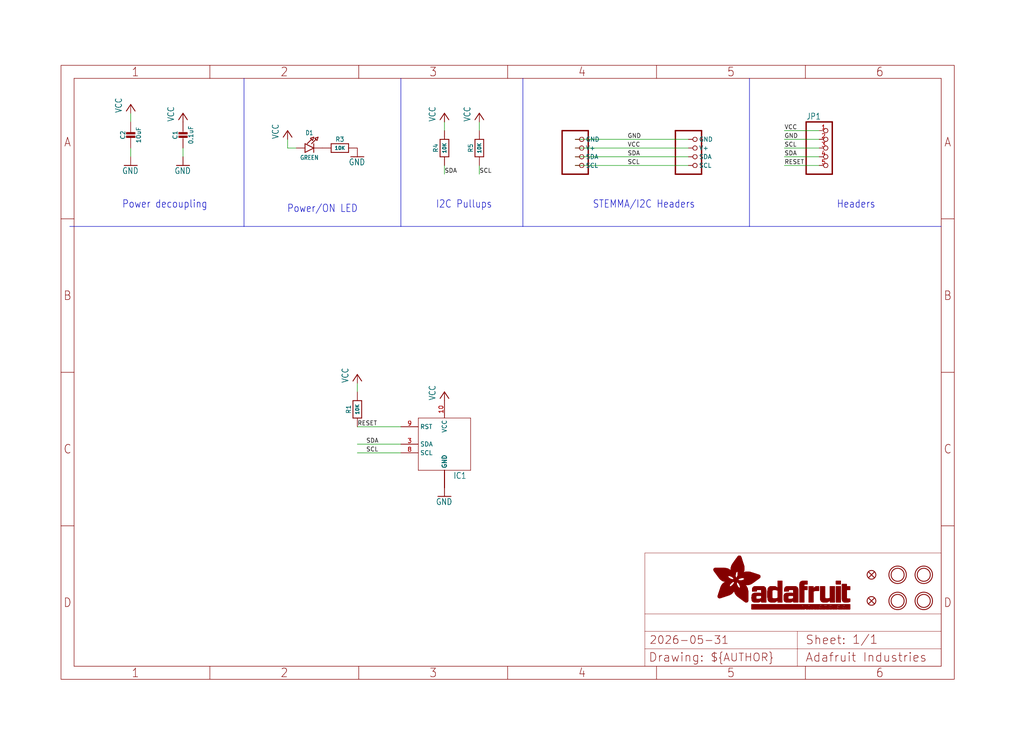
<source format=kicad_sch>
(kicad_sch (version 20230121) (generator eeschema)
  (paper "User" 298.45 217.322)
  (lib_symbols
    (symbol "working-eagle-import:CAP_CERAMIC0603_NO"
      (property "Reference" "C" (at -2.29 1.25 90))
      (symbol "CAP_CERAMIC0603_NO_1_0"
        (pin passive line (at 0 5.08 270) (length 2.54) (name "1") (number "1"))
        (pin passive line (at 0 -2.54 90) (length 2.54) (name "2") (number "2"))
      )
    )
    (symbol "working-eagle-import:CAP_CERAMIC0805-NOOUTLINE"
      (property "Reference" "C" (at -2.29 1.25 90))
      (symbol "CAP_CERAMIC0805-NOOUTLINE_1_0"
        (pin passive line (at 0 5.08 270) (length 2.54) (name "1") (number "1"))
        (pin passive line (at 0 -2.54 90) (length 2.54) (name "2") (number "2"))
      )
    )
    (symbol "working-eagle-import:FIDUCIAL_1MM")
    (symbol "working-eagle-import:FRAME_A4_ADAFRUIT"
      (symbol "FRAME_A4_ADAFRUIT_1_0"
        (text "${#}/${##}" (at 230.505 10.16 0) (effects (font (size 2.54 2.54)) (justify left bottom)))
        (text "${AUTHOR}" (at 189.23 5.08 0) (effects (font (size 2.286 2.286)) (justify left bottom)))
        (text "${CURRENT_DATE}" (at 171.45 10.16 0) (effects (font (size 2.286 2.286)) (justify left bottom)))
        (text "${PROJECTNAME}" (at 171.45 15.24 0) (effects (font (size 2.54 2.54)) (justify left bottom)))
        (text "1" (at 21.6958 1.905 0) (effects (font (size 2.54 2.286))))
        (text "1" (at 21.6958 177.165 0) (effects (font (size 2.54 2.286))))
        (text "2" (at 65.0875 1.905 0) (effects (font (size 2.54 2.286))))
        (text "2" (at 65.0875 177.165 0) (effects (font (size 2.54 2.286))))
        (text "3" (at 108.4792 1.905 0) (effects (font (size 2.54 2.286))))
        (text "3" (at 108.4792 177.165 0) (effects (font (size 2.54 2.286))))
        (text "4" (at 151.8708 1.905 0) (effects (font (size 2.54 2.286))))
        (text "4" (at 151.8708 177.165 0) (effects (font (size 2.54 2.286))))
        (text "5" (at 195.2625 1.905 0) (effects (font (size 2.54 2.286))))
        (text "5" (at 195.2625 177.165 0) (effects (font (size 2.54 2.286))))
        (text "6" (at 238.6542 1.905 0) (effects (font (size 2.54 2.286))))
        (text "6" (at 238.6542 177.165 0) (effects (font (size 2.54 2.286))))
        (text "A" (at 1.905 156.6863 0) (effects (font (size 2.54 2.286))))
        (text "A" (at 258.445 156.6863 0) (effects (font (size 2.54 2.286))))
        (text "Adafruit Industries" (at 216.916 4.953 0) (effects (font (size 2.54 2.54)) (justify left bottom)))
        (text "B" (at 1.905 111.9188 0) (effects (font (size 2.54 2.286))))
        (text "B" (at 258.445 111.9188 0) (effects (font (size 2.54 2.286))))
        (text "C" (at 1.905 67.1513 0) (effects (font (size 2.54 2.286))))
        (text "C" (at 258.445 67.1513 0) (effects (font (size 2.54 2.286))))
        (text "D" (at 1.905 22.3838 0) (effects (font (size 2.54 2.286))))
        (text "D" (at 258.445 22.3838 0) (effects (font (size 2.54 2.286))))
        (text "Drawing:" (at 171.196 4.953 0) (effects (font (size 2.54 2.54)) (justify left bottom)))
        (text "Sheet:" (at 216.916 10.033 0) (effects (font (size 2.54 2.54)) (justify left bottom)))
      )
    )
    (symbol "working-eagle-import:GND" (power)
      (property "Value" "GND" (at -2.54 -2.54 0))
      (symbol "GND_1_0"
        (pin power_in line (at 0 2.54 270) (length 2.54) (name "GND") (number "1"))
      )
    )
    (symbol "working-eagle-import:HEADER-1X570MIL"
      (property "Reference" "JP" (at -6.35 8.255 0))
      (symbol "HEADER-1X570MIL_1_0"
        (pin passive inverted (at -2.54 5.08 0) (length 2.54) (name "1") (number "1"))
        (pin passive inverted (at -2.54 2.54 0) (length 2.54) (name "2") (number "2"))
        (pin passive inverted (at -2.54 0 0) (length 2.54) (name "3") (number "3"))
        (pin passive inverted (at -2.54 -2.54 0) (length 2.54) (name "4") (number "4"))
        (pin passive inverted (at -2.54 -5.08 0) (length 2.54) (name "5") (number "5"))
      )
    )
    (symbol "working-eagle-import:LED0603_NOOUTLINE"
      (property "Reference" "D" (at -1.27 4.445 0))
      (symbol "LED0603_NOOUTLINE_1_0"
        (pin passive line (at -5.08 0 0) (length 2.54) (name "A") (number "A"))
        (pin passive line (at 2.54 0 180) (length 2.54) (name "C") (number "C"))
      )
    )
    (symbol "working-eagle-import:MOUNTINGHOLE2.5")
    (symbol "working-eagle-import:OPTIGA_TRUST_X"
      (property "Reference" "IC" (at 2.54 -10.16 0))
      (symbol "OPTIGA_TRUST_X_1_0"
        (pin power_in line (at 0 -12.7 90) (length 5.08) (name "GND") (number "1"))
        (pin power_in line (at 0 12.7 270) (length 5.08) (name "VCC") (number "10"))
        (pin power_in line (at 0 -12.7 90) (length 5.08) (name "GND") (number "2"))
        (pin bidirectional line (at -12.7 0 0) (length 5.08) (name "SDA") (number "3"))
        (pin power_in line (at 0 -12.7 90) (length 5.08) (name "GND") (number "4"))
        (pin power_in line (at 0 -12.7 90) (length 5.08) (name "GND") (number "5"))
        (pin power_in line (at 0 -12.7 90) (length 5.08) (name "GND") (number "6"))
        (pin power_in line (at 0 -12.7 90) (length 5.08) (name "GND") (number "7"))
        (pin bidirectional line (at -12.7 -2.54 0) (length 5.08) (name "SCL") (number "8"))
        (pin input line (at -12.7 5.08 0) (length 5.08) (name "RST") (number "9"))
        (pin power_in line (at 0 -12.7 90) (length 5.08) (name "GND") (number "THERM"))
      )
    )
    (symbol "working-eagle-import:RESISTOR_0603_NOOUT"
      (property "Reference" "R" (at 0 2.54 0))
      (symbol "RESISTOR_0603_NOOUT_1_0"
        (pin passive line (at -5.08 0 0) (length 2.54) (name "1") (number "1"))
        (pin passive line (at 5.08 0 180) (length 2.54) (name "2") (number "2"))
      )
    )
    (symbol "working-eagle-import:STEMMA_I2C_QT"
      (symbol "STEMMA_I2C_QT_1_0"
        (pin passive inverted (at 0 5.08 0) (length 2.54) (name "GND") (number "1"))
        (pin passive inverted (at 0 2.54 0) (length 2.54) (name "V+") (number "2"))
        (pin passive inverted (at 0 0 0) (length 2.54) (name "SDA") (number "3"))
        (pin passive inverted (at 0 -2.54 0) (length 2.54) (name "SCL") (number "4"))
      )
      (symbol "STEMMA_I2C_QT_2_0"
        (pin bidirectional line (at 0 0 0) (length 5.08) (name "MT") (number "MT1"))
      )
      (symbol "STEMMA_I2C_QT_3_0"
        (pin bidirectional line (at 0 0 0) (length 5.08) (name "MT") (number "MT2"))
      )
    )
    (symbol "working-eagle-import:VCC" (power)
      (property "Value" "VCC" (at -2.54 -2.54 90))
      (symbol "VCC_1_0"
        (pin power_in line (at 0 -2.54 90) (length 2.54) (name "VCC") (number "1"))
      )
    )
  )
  (polyline (pts (xy 152.4 66.04) (xy 218.44 66.04)) (stroke (width 0.1524) (type solid)))
  (wire (pts (xy 86.36 43.18) (xy 83.82 43.18)) (stroke (width 0.1524)))
  (wire (pts (xy 38.1 35.56) (xy 38.1 33.02)) (stroke (width 0.1524)))
  (wire (pts (xy 116.84 132.08) (xy 104.14 132.08)) (stroke (width 0.1524)))
  (polyline (pts (xy 152.4 22.86) (xy 152.4 66.04)) (stroke (width 0.1524) (type solid)))
  (wire (pts (xy 53.34 43.18) (xy 53.34 45.72)) (stroke (width 0.1524)))
  (wire (pts (xy 139.7 38.1) (xy 139.7 35.56)) (stroke (width 0.1524)))
  (wire (pts (xy 238.76 43.18) (xy 228.6 43.18)) (stroke (width 0.1524)))
  (wire (pts (xy 238.76 38.1) (xy 228.6 38.1)) (stroke (width 0.1524)))
  (polyline (pts (xy 71.12 22.86) (xy 71.12 66.04)) (stroke (width 0.1524) (type solid)))
  (polyline (pts (xy 116.84 66.04) (xy 152.4 66.04)) (stroke (width 0.1524) (type solid)))
  (wire (pts (xy 200.66 45.72) (xy 167.64 45.72)) (stroke (width 0.1524)))
  (wire (pts (xy 83.82 43.18) (xy 83.82 40.64)) (stroke (width 0.1524)))
  (polyline (pts (xy 218.44 66.04) (xy 274.32 66.04)) (stroke (width 0.1524) (type solid)))
  (wire (pts (xy 38.1 43.18) (xy 38.1 45.72)) (stroke (width 0.1524)))
  (polyline (pts (xy 116.84 22.86) (xy 116.84 66.04)) (stroke (width 0.1524) (type solid)))
  (polyline (pts (xy 20.32 66.04) (xy 71.12 66.04)) (stroke (width 0.1524) (type solid)))
  (wire (pts (xy 129.54 50.8) (xy 129.54 48.26)) (stroke (width 0.1524)))
  (wire (pts (xy 238.76 48.26) (xy 228.6 48.26)) (stroke (width 0.1524)))
  (wire (pts (xy 139.7 50.8) (xy 139.7 48.26)) (stroke (width 0.1524)))
  (wire (pts (xy 238.76 45.72) (xy 228.6 45.72)) (stroke (width 0.1524)))
  (wire (pts (xy 200.66 40.64) (xy 167.64 40.64)) (stroke (width 0.1524)))
  (wire (pts (xy 129.54 38.1) (xy 129.54 35.56)) (stroke (width 0.1524)))
  (wire (pts (xy 104.14 114.3) (xy 104.14 111.76)) (stroke (width 0.1524)))
  (wire (pts (xy 238.76 40.64) (xy 228.6 40.64)) (stroke (width 0.1524)))
  (polyline (pts (xy 218.44 22.86) (xy 218.44 66.04)) (stroke (width 0.1524) (type solid)))
  (polyline (pts (xy 71.12 66.04) (xy 116.84 66.04)) (stroke (width 0.1524) (type solid)))
  (wire (pts (xy 116.84 124.46) (xy 104.14 124.46)) (stroke (width 0.1524)))
  (wire (pts (xy 167.64 48.26) (xy 200.66 48.26)) (stroke (width 0.1524)))
  (wire (pts (xy 104.14 129.54) (xy 116.84 129.54)) (stroke (width 0.1524)))
  (wire (pts (xy 167.64 43.18) (xy 200.66 43.18)) (stroke (width 0.1524)))
  (text "Power decoupling" (at 35.56 60.96 0) (effects (font (size 2.1844 1.8567)) (justify left bottom)))
  (text "STEMMA/I2C Headers" (at 172.72 60.96 0) (effects (font (size 2.1844 1.8567)) (justify left bottom)))
  (text "Headers" (at 243.84 60.96 0) (effects (font (size 2.1844 1.8567)) (justify left bottom)))
  (text "Power/ON LED" (at 93.98 60.96 0) (effects (font (size 2.1844 1.8567))))
  (text "I2C Pullups" (at 127 60.96 0) (effects (font (size 2.1844 1.8567)) (justify left bottom)))
  (label "RESET" (at 228.6 48.26 0) (effects (font (size 1.2446 1.2446))))
  (label "SDA" (at 129.54 50.8 0) (effects (font (size 1.2446 1.2446))))
  (label "SCL" (at 182.88 48.26 0) (effects (font (size 1.2446 1.2446))))
  (label "SDA" (at 106.68 129.54 0) (effects (font (size 1.2446 1.2446))))
  (label "GND" (at 182.88 40.64 0) (effects (font (size 1.2446 1.2446))))
  (label "SCL" (at 139.7 50.8 0) (effects (font (size 1.2446 1.2446))))
  (label "GND" (at 228.6 40.64 0) (effects (font (size 1.2446 1.2446))))
  (label "SDA" (at 182.88 45.72 0) (effects (font (size 1.2446 1.2446))))
  (label "SDA" (at 228.6 45.72 0) (effects (font (size 1.2446 1.2446))))
  (label "RESET" (at 104.14 124.46 0) (effects (font (size 1.2446 1.2446))))
  (label "VCC" (at 182.88 43.18 0) (effects (font (size 1.2446 1.2446))))
  (label "SCL" (at 106.68 132.08 0) (effects (font (size 1.2446 1.2446))))
  (label "SCL" (at 228.6 43.18 0) (effects (font (size 1.2446 1.2446))))
  (label "VCC" (at 228.6 38.1 0) (effects (font (size 1.2446 1.2446))))
  (symbol (lib_id "working-eagle-import:MOUNTINGHOLE2.5") (at 261.62 175.26 0) (unit 1)
    (property "Reference" "U$11" (effects hide))
    (property "Value" "MOUNTINGHOLE2.5" (effects hide))
    (property "Footprint" "working:MOUNTINGHOLE_2.5_PLATED" (effects hide))
  )
  (symbol (lib_id "working-eagle-import:MOUNTINGHOLE2.5") (at 269.24 175.26 0) (unit 1)
    (property "Reference" "U$15" (effects hide))
    (property "Value" "MOUNTINGHOLE2.5" (effects hide))
    (property "Footprint" "working:MOUNTINGHOLE_2.5_PLATED" (effects hide))
  )
  (symbol (lib_id "working-eagle-import:LED0603_NOOUTLINE") (at 91.44 43.18 0) (unit 1)
    (property "Reference" "D1" (at 90.17 38.735 0) (effects (font (size 1.27 1.0795))))
    (property "Value" "GREEN" (at 90.17 45.974 0) (effects (font (size 1.27 1.0795))))
    (property "Footprint" "working:CHIPLED_0603_NOOUTLINE" (effects hide))
  )
  (symbol (lib_id "working-eagle-import:VCC") (at 104.14 109.22 0) (unit 1)
    (property "Reference" "#P+7" (effects hide))
    (property "Value" "VCC" (at 101.6 111.76 90) (effects (font (size 1.778 1.5113)) (justify left bottom)))
  )
  (symbol (lib_id "working-eagle-import:GND") (at 53.34 48.26 0) (unit 1)
    (property "Reference" "#GND3" (effects hide))
    (property "Value" "GND" (at 50.8 50.8 0) (effects (font (size 1.778 1.5113)) (justify left bottom)))
  )
  (symbol (lib_id "working-eagle-import:FIDUCIAL_1MM") (at 254 175.26 0) (unit 1)
    (property "Reference" "FID3" (effects hide))
    (property "Value" "FIDUCIAL_1MM" (effects hide))
    (property "Footprint" "working:FIDUCIAL_1MM" (effects hide))
  )
  (symbol (lib_id "working-eagle-import:MOUNTINGHOLE2.5") (at 269.24 167.64 0) (unit 1)
    (property "Reference" "U$14" (effects hide))
    (property "Value" "MOUNTINGHOLE2.5" (effects hide))
    (property "Footprint" "working:MOUNTINGHOLE_2.5_PLATED" (effects hide))
  )
  (symbol (lib_id "working-eagle-import:HEADER-1X570MIL") (at 241.3 43.18 0) (unit 1)
    (property "Reference" "JP1" (at 234.95 34.925 0) (effects (font (size 1.778 1.5113)) (justify left bottom)))
    (property "Value" "HEADER-1X570MIL" (effects hide))
    (property "Footprint" "working:1X05_ROUND_70" (effects hide))
  )
  (symbol (lib_id "working-eagle-import:VCC") (at 129.54 33.02 0) (unit 1)
    (property "Reference" "#P+2" (effects hide))
    (property "Value" "VCC" (at 127 35.56 90) (effects (font (size 1.778 1.5113)) (justify left bottom)))
  )
  (symbol (lib_id "working-eagle-import:CAP_CERAMIC0805-NOOUTLINE") (at 38.1 40.64 0) (unit 1)
    (property "Reference" "C2" (at 35.81 39.39 90))
    (property "Value" "10uF" (at 40.4 39.39 90))
    (property "Footprint" "working:0805-NO" (effects hide))
  )
  (symbol (lib_id "working-eagle-import:VCC") (at 53.34 33.02 0) (unit 1)
    (property "Reference" "#P+3" (effects hide))
    (property "Value" "VCC" (at 50.8 35.56 90) (effects (font (size 1.778 1.5113)) (justify left bottom)))
  )
  (symbol (lib_id "working-eagle-import:VCC") (at 139.7 33.02 0) (unit 1)
    (property "Reference" "#P+1" (effects hide))
    (property "Value" "VCC" (at 137.16 35.56 90) (effects (font (size 1.778 1.5113)) (justify left bottom)))
  )
  (symbol (lib_id "working-eagle-import:STEMMA_I2C_QT") (at 200.66 45.72 0) (unit 1)
    (property "Reference" "CONN4" (effects hide))
    (property "Value" "STEMMA_I2C_QT" (effects hide))
    (property "Footprint" "working:JST_SH4" (effects hide))
  )
  (symbol (lib_id "working-eagle-import:GND") (at 38.1 48.26 0) (unit 1)
    (property "Reference" "#GND4" (effects hide))
    (property "Value" "GND" (at 35.56 50.8 0) (effects (font (size 1.778 1.5113)) (justify left bottom)))
  )
  (symbol (lib_id "working-eagle-import:VCC") (at 129.54 114.3 0) (unit 1)
    (property "Reference" "#P+6" (effects hide))
    (property "Value" "VCC" (at 127 116.84 90) (effects (font (size 1.778 1.5113)) (justify left bottom)))
  )
  (symbol (lib_id "working-eagle-import:FIDUCIAL_1MM") (at 254 167.64 0) (unit 1)
    (property "Reference" "FID4" (effects hide))
    (property "Value" "FIDUCIAL_1MM" (effects hide))
    (property "Footprint" "working:FIDUCIAL_1MM" (effects hide))
  )
  (symbol (lib_id "working-eagle-import:RESISTOR_0603_NOOUT") (at 104.14 119.38 90) (unit 1)
    (property "Reference" "R1" (at 101.6 119.38 0))
    (property "Value" "10K" (at 104.14 119.38 0) (effects (font (size 1.016 1.016) bold)))
    (property "Footprint" "working:0603-NO" (effects hide))
  )
  (symbol (lib_id "working-eagle-import:VCC") (at 38.1 30.48 0) (unit 1)
    (property "Reference" "#P+4" (effects hide))
    (property "Value" "VCC" (at 35.56 33.02 90) (effects (font (size 1.778 1.5113)) (justify left bottom)))
  )
  (symbol (lib_id "working-eagle-import:RESISTOR_0603_NOOUT") (at 139.7 43.18 90) (unit 1)
    (property "Reference" "R5" (at 137.16 43.18 0))
    (property "Value" "10K" (at 139.7 43.18 0) (effects (font (size 1.016 1.016) bold)))
    (property "Footprint" "working:0603-NO" (effects hide))
  )
  (symbol (lib_id "working-eagle-import:OPTIGA_TRUST_X") (at 129.54 129.54 0) (unit 1)
    (property "Reference" "IC1" (at 132.08 139.7 0) (effects (font (size 1.778 1.5113)) (justify left bottom)))
    (property "Value" "OPTIGA_TRUST_X" (effects hide))
    (property "Footprint" "working:PG-USON10-10-2" (effects hide))
  )
  (symbol (lib_id "working-eagle-import:STEMMA_I2C_QT") (at 167.64 45.72 0) (unit 1)
    (property "Reference" "CONN3" (effects hide))
    (property "Value" "STEMMA_I2C_QT" (effects hide))
    (property "Footprint" "working:JST_SH4" (effects hide))
  )
  (symbol (lib_id "working-eagle-import:VCC") (at 83.82 38.1 0) (unit 1)
    (property "Reference" "#P+5" (effects hide))
    (property "Value" "VCC" (at 81.28 40.64 90) (effects (font (size 1.778 1.5113)) (justify left bottom)))
  )
  (symbol (lib_id "working-eagle-import:GND") (at 104.14 45.72 0) (unit 1)
    (property "Reference" "#GND9" (effects hide))
    (property "Value" "GND" (at 101.6 48.26 0) (effects (font (size 1.778 1.5113)) (justify left bottom)))
  )
  (symbol (lib_id "working-eagle-import:FRAME_A4_ADAFRUIT") (at 17.78 198.12 0) (unit 1)
    (property "Reference" "#U$13" (effects hide))
    (property "Value" "FRAME_A4_ADAFRUIT" (effects hide))
  )
  (symbol (lib_id "working-eagle-import:CAP_CERAMIC0603_NO") (at 53.34 40.64 0) (unit 1)
    (property "Reference" "C1" (at 51.05 39.39 90))
    (property "Value" "0.1uF" (at 55.64 39.39 90))
    (property "Footprint" "working:0603-NO" (effects hide))
  )
  (symbol (lib_id "working-eagle-import:RESISTOR_0603_NOOUT") (at 129.54 43.18 90) (unit 1)
    (property "Reference" "R4" (at 127 43.18 0))
    (property "Value" "10K" (at 129.54 43.18 0) (effects (font (size 1.016 1.016) bold)))
    (property "Footprint" "working:0603-NO" (effects hide))
  )
  (symbol (lib_id "working-eagle-import:RESISTOR_0603_NOOUT") (at 99.06 43.18 0) (unit 1)
    (property "Reference" "R3" (at 99.06 40.64 0))
    (property "Value" "10K" (at 99.06 43.18 0) (effects (font (size 1.016 1.016) bold)))
    (property "Footprint" "working:0603-NO" (effects hide))
  )
  (symbol (lib_id "working-eagle-import:MOUNTINGHOLE2.5") (at 261.62 167.64 0) (unit 1)
    (property "Reference" "U$12" (effects hide))
    (property "Value" "MOUNTINGHOLE2.5" (effects hide))
    (property "Footprint" "working:MOUNTINGHOLE_2.5_PLATED" (effects hide))
  )
  (symbol (lib_id "working-eagle-import:GND") (at 129.54 144.78 0) (unit 1)
    (property "Reference" "#GND6" (effects hide))
    (property "Value" "GND" (at 127 147.32 0) (effects (font (size 1.778 1.5113)) (justify left bottom)))
  )
)
</source>
